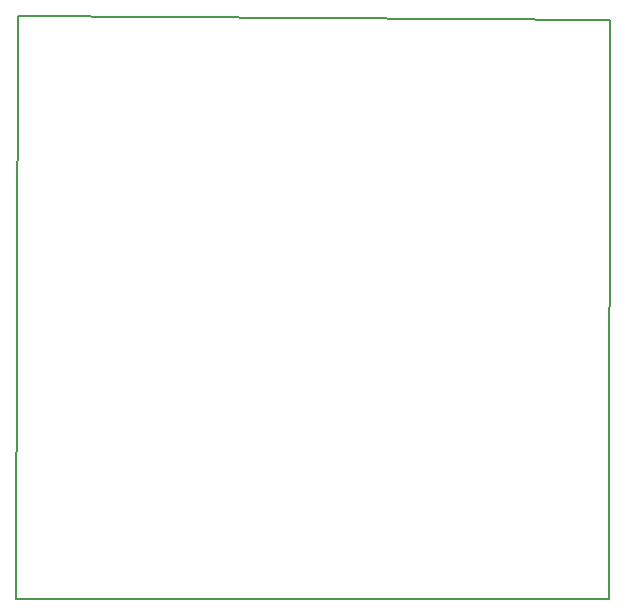
<source format=gbr>
G04 #@! TF.GenerationSoftware,KiCad,Pcbnew,(5.0.0)*
G04 #@! TF.CreationDate,2018-10-02T20:55:52+02:00*
G04 #@! TF.ProjectId,Board,426F6172642E6B696361645F70636200,rev?*
G04 #@! TF.SameCoordinates,PX811c3f0PY7c06000*
G04 #@! TF.FileFunction,Profile,NP*
%FSLAX46Y46*%
G04 Gerber Fmt 4.6, Leading zero omitted, Abs format (unit mm)*
G04 Created by KiCad (PCBNEW (5.0.0)) date 10/02/18 20:55:52*
%MOMM*%
%LPD*%
G01*
G04 APERTURE LIST*
%ADD10C,0.200000*%
G04 APERTURE END LIST*
D10*
X50292000Y49022000D02*
X127000Y49403000D01*
X50165000Y0D02*
X50292000Y49022000D01*
X0Y0D02*
X50165000Y0D01*
X127000Y49403000D02*
X0Y0D01*
M02*

</source>
